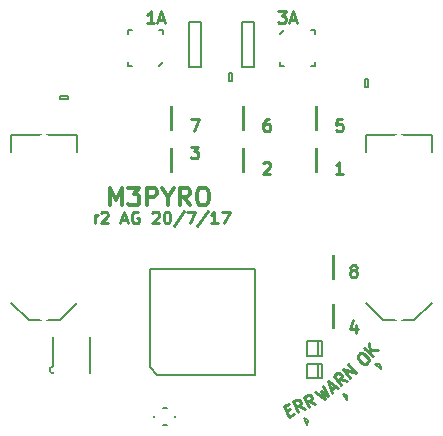
<source format=gto>
G04 #@! TF.GenerationSoftware,KiCad,Pcbnew,no-vcs-found-d3b382c~59~ubuntu16.04.1*
G04 #@! TF.CreationDate,2017-07-28T00:34:25+01:00*
G04 #@! TF.ProjectId,m3pyro,6D337079726F2E6B696361645F706362,rev?*
G04 #@! TF.SameCoordinates,Original
G04 #@! TF.FileFunction,Legend,Top*
G04 #@! TF.FilePolarity,Positive*
%FSLAX46Y46*%
G04 Gerber Fmt 4.6, Leading zero omitted, Abs format (unit mm)*
G04 Created by KiCad (PCBNEW no-vcs-found-d3b382c~59~ubuntu16.04.1) date Fri Jul 28 00:34:25 2017*
%MOMM*%
%LPD*%
G01*
G04 APERTURE LIST*
%ADD10C,0.250000*%
%ADD11C,0.300000*%
%ADD12C,0.150000*%
%ADD13R,1.000000X0.950000*%
%ADD14R,0.559000X0.406000*%
%ADD15C,0.950000*%
%ADD16C,0.100000*%
%ADD17R,0.620000X0.620000*%
%ADD18R,0.950000X1.000000*%
%ADD19R,0.350000X0.650000*%
%ADD20R,0.802000X0.802000*%
%ADD21R,0.300000X1.500000*%
%ADD22R,1.500000X0.300000*%
%ADD23R,1.702000X1.702000*%
%ADD24R,0.250000X0.600000*%
%ADD25R,0.600000X0.250000*%
%ADD26C,1.200000*%
%ADD27R,0.900000X0.500000*%
%ADD28R,2.920000X0.740000*%
%ADD29R,0.980000X3.400000*%
%ADD30R,0.950000X0.850000*%
G04 APERTURE END LIST*
D10*
X105469296Y-115548443D02*
X105771398Y-115407570D01*
X106122242Y-115821928D02*
X105690667Y-116023175D01*
X105268049Y-115116867D01*
X105699624Y-114915621D01*
X107028550Y-115399310D02*
X106525201Y-115108608D01*
X106510660Y-115640806D02*
X106088042Y-114734499D01*
X106433302Y-114573501D01*
X106539742Y-114576409D01*
X106603024Y-114599442D01*
X106686431Y-114665632D01*
X106746805Y-114795105D01*
X106743897Y-114901545D01*
X106720864Y-114964827D01*
X106654673Y-115048234D01*
X106309413Y-115209231D01*
X107934858Y-114976692D02*
X107431509Y-114685990D01*
X107416968Y-115218188D02*
X106994350Y-114311880D01*
X107339610Y-114150883D01*
X107446049Y-114153791D01*
X107509332Y-114176824D01*
X107592739Y-114243014D01*
X107653113Y-114372487D01*
X107650204Y-114478926D01*
X107627172Y-114542209D01*
X107560981Y-114625615D01*
X107215721Y-114786613D01*
X107907104Y-113939552D02*
X108732283Y-114552552D01*
X108419062Y-113882941D01*
X109024109Y-114307680D01*
X108563713Y-113388591D01*
X109278195Y-113721503D02*
X109642978Y-113415414D01*
X109388892Y-114001591D02*
X109001453Y-113021284D01*
X109899589Y-113573066D01*
X110592676Y-112991496D02*
X110031239Y-112840975D01*
X110154937Y-113358803D02*
X109512149Y-112592759D01*
X109803976Y-112347887D01*
X109907541Y-112323148D01*
X109974628Y-112329017D01*
X110072325Y-112371365D01*
X110164151Y-112480800D01*
X110188891Y-112584365D01*
X110183022Y-112651452D01*
X110140674Y-112749149D01*
X109848847Y-112994020D01*
X110920981Y-112716016D02*
X110278194Y-111949971D01*
X111358721Y-112348708D01*
X110715933Y-111582664D01*
X111547887Y-110853976D02*
X111670323Y-110708062D01*
X111768019Y-110665715D01*
X111902194Y-110653976D01*
X112078716Y-110739933D01*
X112334064Y-110954196D01*
X112449368Y-111113110D01*
X112461107Y-111247284D01*
X112436367Y-111350850D01*
X112313932Y-111496763D01*
X112216236Y-111539111D01*
X112082061Y-111550850D01*
X111905539Y-111464892D01*
X111650191Y-111250630D01*
X111534886Y-111091716D01*
X111523148Y-110957541D01*
X111547887Y-110853976D01*
X112864893Y-110840154D02*
X112098848Y-110197366D01*
X113232200Y-110402414D02*
X112518980Y-110363412D01*
X112466155Y-109759626D02*
X112536588Y-110564673D01*
X94289880Y-82702380D02*
X93718452Y-82702380D01*
X94004166Y-82702380D02*
X94004166Y-81702380D01*
X93908928Y-81845238D01*
X93813690Y-81940476D01*
X93718452Y-81988095D01*
X94670833Y-82416666D02*
X95147023Y-82416666D01*
X94575595Y-82702380D02*
X94908928Y-81702380D01*
X95242261Y-82702380D01*
X104805357Y-81702380D02*
X105424404Y-81702380D01*
X105091071Y-82083333D01*
X105233928Y-82083333D01*
X105329166Y-82130952D01*
X105376785Y-82178571D01*
X105424404Y-82273809D01*
X105424404Y-82511904D01*
X105376785Y-82607142D01*
X105329166Y-82654761D01*
X105233928Y-82702380D01*
X104948214Y-82702380D01*
X104852976Y-82654761D01*
X104805357Y-82607142D01*
X105805357Y-82416666D02*
X106281547Y-82416666D01*
X105710119Y-82702380D02*
X106043452Y-81702380D01*
X106376785Y-82702380D01*
X111379166Y-108235714D02*
X111379166Y-108902380D01*
X111141071Y-107854761D02*
X110902976Y-108569047D01*
X111522023Y-108569047D01*
X111093452Y-103630952D02*
X110998214Y-103583333D01*
X110950595Y-103535714D01*
X110902976Y-103440476D01*
X110902976Y-103392857D01*
X110950595Y-103297619D01*
X110998214Y-103250000D01*
X111093452Y-103202380D01*
X111283928Y-103202380D01*
X111379166Y-103250000D01*
X111426785Y-103297619D01*
X111474404Y-103392857D01*
X111474404Y-103440476D01*
X111426785Y-103535714D01*
X111379166Y-103583333D01*
X111283928Y-103630952D01*
X111093452Y-103630952D01*
X110998214Y-103678571D01*
X110950595Y-103726190D01*
X110902976Y-103821428D01*
X110902976Y-104011904D01*
X110950595Y-104107142D01*
X110998214Y-104154761D01*
X111093452Y-104202380D01*
X111283928Y-104202380D01*
X111379166Y-104154761D01*
X111426785Y-104107142D01*
X111474404Y-104011904D01*
X111474404Y-103821428D01*
X111426785Y-103726190D01*
X111379166Y-103678571D01*
X111283928Y-103630952D01*
X110274404Y-95452380D02*
X109702976Y-95452380D01*
X109988690Y-95452380D02*
X109988690Y-94452380D01*
X109893452Y-94595238D01*
X109798214Y-94690476D01*
X109702976Y-94738095D01*
X110226785Y-90852380D02*
X109750595Y-90852380D01*
X109702976Y-91328571D01*
X109750595Y-91280952D01*
X109845833Y-91233333D01*
X110083928Y-91233333D01*
X110179166Y-91280952D01*
X110226785Y-91328571D01*
X110274404Y-91423809D01*
X110274404Y-91661904D01*
X110226785Y-91757142D01*
X110179166Y-91804761D01*
X110083928Y-91852380D01*
X109845833Y-91852380D01*
X109750595Y-91804761D01*
X109702976Y-91757142D01*
X103552976Y-94547619D02*
X103600595Y-94500000D01*
X103695833Y-94452380D01*
X103933928Y-94452380D01*
X104029166Y-94500000D01*
X104076785Y-94547619D01*
X104124404Y-94642857D01*
X104124404Y-94738095D01*
X104076785Y-94880952D01*
X103505357Y-95452380D01*
X104124404Y-95452380D01*
X104029166Y-90852380D02*
X103838690Y-90852380D01*
X103743452Y-90900000D01*
X103695833Y-90947619D01*
X103600595Y-91090476D01*
X103552976Y-91280952D01*
X103552976Y-91661904D01*
X103600595Y-91757142D01*
X103648214Y-91804761D01*
X103743452Y-91852380D01*
X103933928Y-91852380D01*
X104029166Y-91804761D01*
X104076785Y-91757142D01*
X104124404Y-91661904D01*
X104124404Y-91423809D01*
X104076785Y-91328571D01*
X104029166Y-91280952D01*
X103933928Y-91233333D01*
X103743452Y-91233333D01*
X103648214Y-91280952D01*
X103600595Y-91328571D01*
X103552976Y-91423809D01*
X97405357Y-93152380D02*
X98024404Y-93152380D01*
X97691071Y-93533333D01*
X97833928Y-93533333D01*
X97929166Y-93580952D01*
X97976785Y-93628571D01*
X98024404Y-93723809D01*
X98024404Y-93961904D01*
X97976785Y-94057142D01*
X97929166Y-94104761D01*
X97833928Y-94152380D01*
X97548214Y-94152380D01*
X97452976Y-94104761D01*
X97405357Y-94057142D01*
X97405357Y-90852380D02*
X98072023Y-90852380D01*
X97643452Y-91852380D01*
X89250595Y-99652380D02*
X89250595Y-98985714D01*
X89250595Y-99176190D02*
X89298214Y-99080952D01*
X89345833Y-99033333D01*
X89441071Y-98985714D01*
X89536309Y-98985714D01*
X89822023Y-98747619D02*
X89869642Y-98700000D01*
X89964880Y-98652380D01*
X90202976Y-98652380D01*
X90298214Y-98700000D01*
X90345833Y-98747619D01*
X90393452Y-98842857D01*
X90393452Y-98938095D01*
X90345833Y-99080952D01*
X89774404Y-99652380D01*
X90393452Y-99652380D01*
X91536309Y-99366666D02*
X92012500Y-99366666D01*
X91441071Y-99652380D02*
X91774404Y-98652380D01*
X92107738Y-99652380D01*
X92964880Y-98700000D02*
X92869642Y-98652380D01*
X92726785Y-98652380D01*
X92583928Y-98700000D01*
X92488690Y-98795238D01*
X92441071Y-98890476D01*
X92393452Y-99080952D01*
X92393452Y-99223809D01*
X92441071Y-99414285D01*
X92488690Y-99509523D01*
X92583928Y-99604761D01*
X92726785Y-99652380D01*
X92822023Y-99652380D01*
X92964880Y-99604761D01*
X93012500Y-99557142D01*
X93012500Y-99223809D01*
X92822023Y-99223809D01*
X94155357Y-98747619D02*
X94202976Y-98700000D01*
X94298214Y-98652380D01*
X94536309Y-98652380D01*
X94631547Y-98700000D01*
X94679166Y-98747619D01*
X94726785Y-98842857D01*
X94726785Y-98938095D01*
X94679166Y-99080952D01*
X94107738Y-99652380D01*
X94726785Y-99652380D01*
X95345833Y-98652380D02*
X95441071Y-98652380D01*
X95536309Y-98700000D01*
X95583928Y-98747619D01*
X95631547Y-98842857D01*
X95679166Y-99033333D01*
X95679166Y-99271428D01*
X95631547Y-99461904D01*
X95583928Y-99557142D01*
X95536309Y-99604761D01*
X95441071Y-99652380D01*
X95345833Y-99652380D01*
X95250595Y-99604761D01*
X95202976Y-99557142D01*
X95155357Y-99461904D01*
X95107738Y-99271428D01*
X95107738Y-99033333D01*
X95155357Y-98842857D01*
X95202976Y-98747619D01*
X95250595Y-98700000D01*
X95345833Y-98652380D01*
X96822023Y-98604761D02*
X95964880Y-99890476D01*
X97060119Y-98652380D02*
X97726785Y-98652380D01*
X97298214Y-99652380D01*
X98822023Y-98604761D02*
X97964880Y-99890476D01*
X99679166Y-99652380D02*
X99107738Y-99652380D01*
X99393452Y-99652380D02*
X99393452Y-98652380D01*
X99298214Y-98795238D01*
X99202976Y-98890476D01*
X99107738Y-98938095D01*
X100012500Y-98652380D02*
X100679166Y-98652380D01*
X100250595Y-99652380D01*
D11*
X90552142Y-98128571D02*
X90552142Y-96628571D01*
X91052142Y-97700000D01*
X91552142Y-96628571D01*
X91552142Y-98128571D01*
X92123571Y-96628571D02*
X93052142Y-96628571D01*
X92552142Y-97200000D01*
X92766428Y-97200000D01*
X92909285Y-97271428D01*
X92980714Y-97342857D01*
X93052142Y-97485714D01*
X93052142Y-97842857D01*
X92980714Y-97985714D01*
X92909285Y-98057142D01*
X92766428Y-98128571D01*
X92337857Y-98128571D01*
X92195000Y-98057142D01*
X92123571Y-97985714D01*
X93695000Y-98128571D02*
X93695000Y-96628571D01*
X94266428Y-96628571D01*
X94409285Y-96700000D01*
X94480714Y-96771428D01*
X94552142Y-96914285D01*
X94552142Y-97128571D01*
X94480714Y-97271428D01*
X94409285Y-97342857D01*
X94266428Y-97414285D01*
X93695000Y-97414285D01*
X95480714Y-97414285D02*
X95480714Y-98128571D01*
X94980714Y-96628571D02*
X95480714Y-97414285D01*
X95980714Y-96628571D01*
X97337857Y-98128571D02*
X96837857Y-97414285D01*
X96480714Y-98128571D02*
X96480714Y-96628571D01*
X97052142Y-96628571D01*
X97195000Y-96700000D01*
X97266428Y-96771428D01*
X97337857Y-96914285D01*
X97337857Y-97128571D01*
X97266428Y-97271428D01*
X97195000Y-97342857D01*
X97052142Y-97414285D01*
X96480714Y-97414285D01*
X98266428Y-96628571D02*
X98552142Y-96628571D01*
X98695000Y-96700000D01*
X98837857Y-96842857D01*
X98909285Y-97128571D01*
X98909285Y-97628571D01*
X98837857Y-97914285D01*
X98695000Y-98057142D01*
X98552142Y-98128571D01*
X98266428Y-98128571D01*
X98123571Y-98057142D01*
X97980714Y-97914285D01*
X97909285Y-97628571D01*
X97909285Y-97128571D01*
X97980714Y-96842857D01*
X98123571Y-96700000D01*
X98266428Y-96628571D01*
D12*
X86975000Y-88875000D02*
X86975000Y-89125000D01*
X86975000Y-89125000D02*
X86325000Y-89125000D01*
X86325000Y-89125000D02*
X86325000Y-88875000D01*
X86325000Y-88875000D02*
X86975000Y-88875000D01*
X109493000Y-106439000D02*
X109407000Y-106525000D01*
X109493000Y-108475000D02*
X109493000Y-106439000D01*
X109407000Y-108475000D02*
X109493000Y-108475000D01*
X109407000Y-106525000D02*
X109407000Y-108475000D01*
X109407000Y-106525000D02*
X109407000Y-106525000D01*
X113430348Y-111554244D02*
X113518616Y-111954662D01*
X113430348Y-111554244D02*
X113020687Y-111536850D01*
X113518616Y-111954662D02*
X113020687Y-111536850D01*
X95757000Y-89775000D02*
X95757000Y-89775000D01*
X95757000Y-89775000D02*
X95757000Y-91725000D01*
X95757000Y-91725000D02*
X95843000Y-91725000D01*
X95843000Y-91725000D02*
X95843000Y-89689000D01*
X95843000Y-89689000D02*
X95757000Y-89775000D01*
X112175000Y-88075000D02*
X112175000Y-87425000D01*
X112425000Y-88075000D02*
X112175000Y-88075000D01*
X112425000Y-87425000D02*
X112425000Y-88075000D01*
X112175000Y-87425000D02*
X112425000Y-87425000D01*
X100675000Y-86925000D02*
X100925000Y-86925000D01*
X100925000Y-86925000D02*
X100925000Y-87575000D01*
X100925000Y-87575000D02*
X100675000Y-87575000D01*
X100675000Y-87575000D02*
X100675000Y-86925000D01*
X107313288Y-116297173D02*
X107224062Y-116697377D01*
X107313288Y-116297173D02*
X106949361Y-116108277D01*
X107224062Y-116697377D02*
X106949361Y-116108277D01*
X110663150Y-114629313D02*
X110245338Y-114131384D01*
X110645756Y-114219652D02*
X110245338Y-114131384D01*
X110645756Y-114219652D02*
X110663150Y-114629313D01*
X108093000Y-93289000D02*
X108007000Y-93375000D01*
X108093000Y-95325000D02*
X108093000Y-93289000D01*
X108007000Y-95325000D02*
X108093000Y-95325000D01*
X108007000Y-93375000D02*
X108007000Y-95325000D01*
X108007000Y-93375000D02*
X108007000Y-93375000D01*
X101857000Y-93375000D02*
X101857000Y-93375000D01*
X101857000Y-93375000D02*
X101857000Y-95325000D01*
X101857000Y-95325000D02*
X101943000Y-95325000D01*
X101943000Y-95325000D02*
X101943000Y-93289000D01*
X101943000Y-93289000D02*
X101857000Y-93375000D01*
X95843000Y-93289000D02*
X95757000Y-93375000D01*
X95843000Y-95325000D02*
X95843000Y-93289000D01*
X95757000Y-95325000D02*
X95843000Y-95325000D01*
X95757000Y-93375000D02*
X95757000Y-95325000D01*
X95757000Y-93375000D02*
X95757000Y-93375000D01*
X109493000Y-102289000D02*
X109407000Y-102375000D01*
X109493000Y-104325000D02*
X109493000Y-102289000D01*
X109407000Y-104325000D02*
X109493000Y-104325000D01*
X109407000Y-102375000D02*
X109407000Y-104325000D01*
X109407000Y-102375000D02*
X109407000Y-102375000D01*
X101943000Y-89689000D02*
X101857000Y-89775000D01*
X101943000Y-91725000D02*
X101943000Y-89689000D01*
X101857000Y-91725000D02*
X101943000Y-91725000D01*
X101857000Y-89775000D02*
X101857000Y-91725000D01*
X101857000Y-89775000D02*
X101857000Y-89775000D01*
X108007000Y-89775000D02*
X108007000Y-89775000D01*
X108007000Y-89775000D02*
X108007000Y-91725000D01*
X108007000Y-91725000D02*
X108093000Y-91725000D01*
X108093000Y-91725000D02*
X108093000Y-89689000D01*
X108093000Y-89689000D02*
X108007000Y-89775000D01*
X85750000Y-111750000D02*
X85750000Y-109250000D01*
X88850000Y-112350000D02*
X88850000Y-109250000D01*
X85750000Y-111750000D02*
G75*
G03X85750000Y-112350000I0J-300000D01*
G01*
X93950000Y-111850000D02*
X93950000Y-103550000D01*
X93950000Y-103550000D02*
X102850000Y-103550000D01*
X102850000Y-103550000D02*
X102850000Y-112450000D01*
X102850000Y-112450000D02*
X94550000Y-112450000D01*
X94550000Y-112450000D02*
X93950000Y-111850000D01*
X95050000Y-83300000D02*
X95050000Y-83650000D01*
X94700000Y-83300000D02*
X95050000Y-83300000D01*
X92050000Y-83300000D02*
X92050000Y-83650000D01*
X92400000Y-83300000D02*
X92050000Y-83300000D01*
X92050000Y-86300000D02*
X92050000Y-85950000D01*
X92400000Y-86300000D02*
X92050000Y-86300000D01*
X95050000Y-85950000D02*
X94700000Y-86300000D01*
X104950000Y-83650000D02*
X105300000Y-83300000D01*
X107600000Y-83300000D02*
X107950000Y-83300000D01*
X107950000Y-83300000D02*
X107950000Y-83650000D01*
X107600000Y-86300000D02*
X107950000Y-86300000D01*
X107950000Y-86300000D02*
X107950000Y-85950000D01*
X105300000Y-86300000D02*
X104950000Y-86300000D01*
X104950000Y-86300000D02*
X104950000Y-85950000D01*
X108175000Y-110850000D02*
X108175000Y-109650000D01*
X108500000Y-109650000D02*
X108500000Y-110850000D01*
X107200000Y-109650000D02*
X108500000Y-109650000D01*
X107200000Y-110850000D02*
X107200000Y-109650000D01*
X108500000Y-110850000D02*
X107200000Y-110850000D01*
X108499999Y-112750000D02*
X107200001Y-112750000D01*
X107200001Y-112750000D02*
X107200001Y-111550000D01*
X107200001Y-111550000D02*
X108499999Y-111550000D01*
X108499999Y-111550000D02*
X108499999Y-112750000D01*
X108175000Y-112750000D02*
X108175000Y-111550000D01*
X116285000Y-107865000D02*
X117785000Y-106365000D01*
X113715000Y-107865000D02*
X116285000Y-107865000D01*
X112215000Y-106365000D02*
X113715000Y-107865000D01*
X112215000Y-92135000D02*
X112215000Y-93635000D01*
X117785000Y-92135000D02*
X112215000Y-92135000D01*
X117785000Y-93635000D02*
X117785000Y-92135000D01*
X87785000Y-93635000D02*
X87785000Y-92135000D01*
X87785000Y-92135000D02*
X82215000Y-92135000D01*
X82215000Y-92135000D02*
X82215000Y-93635000D01*
X82215000Y-106365000D02*
X83715000Y-107865000D01*
X83715000Y-107865000D02*
X86285000Y-107865000D01*
X86285000Y-107865000D02*
X87785000Y-106365000D01*
X97255000Y-86425000D02*
X97255000Y-82575000D01*
X98245000Y-86425000D02*
X97255000Y-86425000D01*
X98245000Y-82575000D02*
X98245000Y-86425000D01*
X97255000Y-82575000D02*
X98245000Y-82575000D01*
X102745000Y-86425000D02*
X101755000Y-86425000D01*
X101755000Y-86425000D02*
X101755000Y-82575000D01*
X101755000Y-82575000D02*
X102745000Y-82575000D01*
X102745000Y-82575000D02*
X102745000Y-86425000D01*
X94300000Y-115950000D02*
X94300000Y-116050000D01*
X95350000Y-115300000D02*
X95050000Y-115300000D01*
X96100000Y-115950000D02*
X96100000Y-116050000D01*
X95350000Y-116700000D02*
X95050000Y-116700000D01*
%LPC*%
D13*
X86650000Y-88200000D03*
X86650000Y-89800000D03*
D14*
X110186500Y-106525000D03*
X110186500Y-107175000D03*
X110186500Y-107825000D03*
X110186500Y-108475000D03*
X108713500Y-108475000D03*
X108713500Y-107825000D03*
X108713500Y-107175000D03*
X108713500Y-106525000D03*
D15*
X113864230Y-111037164D03*
D16*
G36*
X113786532Y-110351899D02*
X114552576Y-110994687D01*
X113941928Y-111722429D01*
X113175884Y-111079641D01*
X113786532Y-110351899D01*
X113786532Y-110351899D01*
G37*
D15*
X112835770Y-112262836D03*
D16*
G36*
X112758072Y-111577571D02*
X113524116Y-112220359D01*
X112913468Y-112948101D01*
X112147424Y-112305313D01*
X112758072Y-111577571D01*
X112758072Y-111577571D01*
G37*
D14*
X95063500Y-89775000D03*
X95063500Y-90425000D03*
X95063500Y-91075000D03*
X95063500Y-91725000D03*
X96536500Y-91725000D03*
X96536500Y-91075000D03*
X96536500Y-90425000D03*
X96536500Y-89775000D03*
D17*
X95300000Y-100700000D03*
X94400000Y-100700000D03*
X92300000Y-100700000D03*
X93200000Y-100700000D03*
X100000000Y-96450000D03*
X100000000Y-95550000D03*
X107550000Y-103750000D03*
X107550000Y-104650000D03*
X100000000Y-92250000D03*
X100000000Y-91350000D03*
X107550000Y-106750000D03*
X107550000Y-105850000D03*
X100000000Y-93450000D03*
X100000000Y-94350000D03*
X107550000Y-102550000D03*
X107550000Y-101650000D03*
X100000000Y-89250000D03*
X100000000Y-90150000D03*
X89950000Y-89950000D03*
X89950000Y-89050000D03*
X91150000Y-89950000D03*
X91150000Y-89050000D03*
X107550000Y-107950000D03*
X107550000Y-108850000D03*
X93900000Y-95550000D03*
X93900000Y-94650000D03*
X106150000Y-91350000D03*
X106150000Y-92250000D03*
X93000000Y-91150000D03*
X93900000Y-91150000D03*
X106150000Y-94350000D03*
X106150000Y-93450000D03*
X93900000Y-93150000D03*
X93000000Y-93150000D03*
X106150000Y-90150000D03*
X106150000Y-89250000D03*
X93900000Y-89550000D03*
X93000000Y-89550000D03*
X96550000Y-87400000D03*
X95650000Y-87400000D03*
X98650000Y-87400000D03*
X97750000Y-87400000D03*
X106150000Y-96450000D03*
X106150000Y-95550000D03*
X90650000Y-85450000D03*
X89750000Y-85450000D03*
X94750000Y-117900000D03*
X95650000Y-117900000D03*
X104500000Y-115300000D03*
X103600000Y-115300000D03*
X103600000Y-116500000D03*
X104500000Y-116500000D03*
X104500000Y-117700000D03*
X103600000Y-117700000D03*
X105700000Y-103100000D03*
X105700000Y-102200000D03*
X88400000Y-87000000D03*
X89300000Y-87000000D03*
X93100000Y-115750000D03*
X93100000Y-116650000D03*
X103600000Y-114100000D03*
X104500000Y-114100000D03*
X97300000Y-115750000D03*
X97300000Y-116650000D03*
X93200000Y-101900000D03*
X92300000Y-101900000D03*
X100450000Y-115700000D03*
X99550000Y-115700000D03*
X105700000Y-105200000D03*
X105700000Y-104300000D03*
X109000000Y-86350000D03*
X109900000Y-86350000D03*
X90500000Y-87000000D03*
X91400000Y-87000000D03*
X89750000Y-113550000D03*
X89750000Y-114450000D03*
X100450000Y-116900000D03*
X99550000Y-116900000D03*
X91100000Y-111650000D03*
X91100000Y-112550000D03*
D18*
X113100000Y-87750000D03*
X111500000Y-87750000D03*
X100000000Y-87250000D03*
X101600000Y-87250000D03*
D15*
X107925046Y-116011905D03*
D16*
G36*
X108144233Y-115358007D02*
X108566851Y-116264315D01*
X107705859Y-116665803D01*
X107283241Y-115759495D01*
X108144233Y-115358007D01*
X108144233Y-115358007D01*
G37*
D15*
X106474954Y-116688095D03*
D16*
G36*
X106694141Y-116034197D02*
X107116759Y-116940505D01*
X106255767Y-117341993D01*
X105833149Y-116435685D01*
X106694141Y-116034197D01*
X106694141Y-116034197D01*
G37*
D15*
X109937164Y-114814230D03*
D16*
G36*
X109979641Y-114125884D02*
X110622429Y-114891928D01*
X109894687Y-115502576D01*
X109251899Y-114736532D01*
X109979641Y-114125884D01*
X109979641Y-114125884D01*
G37*
D15*
X111162836Y-113785770D03*
D16*
G36*
X111205313Y-113097424D02*
X111848101Y-113863468D01*
X111120359Y-114474116D01*
X110477571Y-113708072D01*
X111205313Y-113097424D01*
X111205313Y-113097424D01*
G37*
D14*
X108786500Y-93375000D03*
X108786500Y-94025000D03*
X108786500Y-94675000D03*
X108786500Y-95325000D03*
X107313500Y-95325000D03*
X107313500Y-94675000D03*
X107313500Y-94025000D03*
X107313500Y-93375000D03*
X101163500Y-93375000D03*
X101163500Y-94025000D03*
X101163500Y-94675000D03*
X101163500Y-95325000D03*
X102636500Y-95325000D03*
X102636500Y-94675000D03*
X102636500Y-94025000D03*
X102636500Y-93375000D03*
X96536500Y-93375000D03*
X96536500Y-94025000D03*
X96536500Y-94675000D03*
X96536500Y-95325000D03*
X95063500Y-95325000D03*
X95063500Y-94675000D03*
X95063500Y-94025000D03*
X95063500Y-93375000D03*
X110186500Y-102375000D03*
X110186500Y-103025000D03*
X110186500Y-103675000D03*
X110186500Y-104325000D03*
X108713500Y-104325000D03*
X108713500Y-103675000D03*
X108713500Y-103025000D03*
X108713500Y-102375000D03*
X102636500Y-89775000D03*
X102636500Y-90425000D03*
X102636500Y-91075000D03*
X102636500Y-91725000D03*
X101163500Y-91725000D03*
X101163500Y-91075000D03*
X101163500Y-90425000D03*
X101163500Y-89775000D03*
X107313500Y-89775000D03*
X107313500Y-90425000D03*
X107313500Y-91075000D03*
X107313500Y-91725000D03*
X108786500Y-91725000D03*
X108786500Y-91075000D03*
X108786500Y-90425000D03*
X108786500Y-89775000D03*
D19*
X86325000Y-112350000D03*
X86975000Y-112350000D03*
X87625000Y-112350000D03*
X88275000Y-112350000D03*
X88275000Y-109250000D03*
X87625000Y-109250000D03*
X86975000Y-109250000D03*
X86325000Y-109250000D03*
D20*
X86700000Y-110800000D03*
X87900000Y-110800000D03*
D21*
X94650000Y-113700000D03*
X95150000Y-113700000D03*
X95650000Y-113700000D03*
X96150000Y-113700000D03*
X96650000Y-113700000D03*
X97150000Y-113700000D03*
X97650000Y-113700000D03*
X98150000Y-113700000D03*
X98650000Y-113700000D03*
X99150000Y-113700000D03*
X99650000Y-113700000D03*
X100150000Y-113700000D03*
X100650000Y-113700000D03*
X101150000Y-113700000D03*
X101650000Y-113700000D03*
X102150000Y-113700000D03*
D22*
X104100000Y-111750000D03*
X104100000Y-111250000D03*
X104100000Y-110750000D03*
X104100000Y-110250000D03*
X104100000Y-109750000D03*
X104100000Y-109250000D03*
X104100000Y-108750000D03*
X104100000Y-108250000D03*
X104100000Y-107750000D03*
X104100000Y-107250000D03*
X104100000Y-106750000D03*
X104100000Y-106250000D03*
X104100000Y-105750000D03*
X104100000Y-105250000D03*
X104100000Y-104750000D03*
X104100000Y-104250000D03*
D21*
X102150000Y-102300000D03*
X101650000Y-102300000D03*
X101150000Y-102300000D03*
X100650000Y-102300000D03*
X100150000Y-102300000D03*
X99650000Y-102300000D03*
X99150000Y-102300000D03*
X98650000Y-102300000D03*
X98150000Y-102300000D03*
X97650000Y-102300000D03*
X97150000Y-102300000D03*
X96650000Y-102300000D03*
X96150000Y-102300000D03*
X95650000Y-102300000D03*
X95150000Y-102300000D03*
X94650000Y-102300000D03*
D22*
X92700000Y-104250000D03*
X92700000Y-104750000D03*
X92700000Y-105250000D03*
X92700000Y-105750000D03*
X92700000Y-106250000D03*
X92700000Y-106750000D03*
X92700000Y-107250000D03*
X92700000Y-107750000D03*
X92700000Y-108250000D03*
X92700000Y-108750000D03*
X92700000Y-109250000D03*
X92700000Y-109750000D03*
X92700000Y-110250000D03*
X92700000Y-110750000D03*
X92700000Y-111250000D03*
X92700000Y-111750000D03*
D23*
X93550000Y-84800000D03*
D24*
X94300000Y-86200000D03*
X93800000Y-86200000D03*
X93300000Y-86200000D03*
X92800000Y-86200000D03*
D25*
X92150000Y-85550000D03*
X92150000Y-85050000D03*
X92150000Y-84550000D03*
X92150000Y-84050000D03*
D24*
X92800000Y-83400000D03*
X93300000Y-83400000D03*
X93800000Y-83400000D03*
X94300000Y-83400000D03*
D25*
X94950000Y-84050000D03*
X94950000Y-84550000D03*
X94950000Y-85050000D03*
X94950000Y-85550000D03*
X105050000Y-84050000D03*
X105050000Y-84550000D03*
X105050000Y-85050000D03*
X105050000Y-85550000D03*
D24*
X105700000Y-86200000D03*
X106200000Y-86200000D03*
X106700000Y-86200000D03*
X107200000Y-86200000D03*
D25*
X107850000Y-85550000D03*
X107850000Y-85050000D03*
X107850000Y-84550000D03*
X107850000Y-84050000D03*
D24*
X107200000Y-83400000D03*
X106700000Y-83400000D03*
X106200000Y-83400000D03*
X105700000Y-83400000D03*
D23*
X106450000Y-84800000D03*
D26*
X115000000Y-92695000D03*
X115000000Y-107305000D03*
X85000000Y-107305000D03*
X85000000Y-92695000D03*
D27*
X106550000Y-110250000D03*
X109150000Y-110250000D03*
X109150000Y-112150000D03*
X106550000Y-112150000D03*
D28*
X116715000Y-105715000D03*
X113285000Y-105715000D03*
X116715000Y-104445000D03*
X113285000Y-104445000D03*
X116715000Y-103175000D03*
X113285000Y-103175000D03*
X116715000Y-101905000D03*
X113285000Y-101905000D03*
X116715000Y-100635000D03*
X113285000Y-100635000D03*
X116715000Y-99365000D03*
X113285000Y-99365000D03*
X116715000Y-98095000D03*
X113285000Y-98095000D03*
X116715000Y-96825000D03*
X113285000Y-96825000D03*
X116715000Y-95555000D03*
X113285000Y-95555000D03*
X116715000Y-94285000D03*
X113285000Y-94285000D03*
X83285000Y-94285000D03*
X86715000Y-94285000D03*
X83285000Y-95555000D03*
X86715000Y-95555000D03*
X83285000Y-96825000D03*
X86715000Y-96825000D03*
X83285000Y-98095000D03*
X86715000Y-98095000D03*
X83285000Y-99365000D03*
X86715000Y-99365000D03*
X83285000Y-100635000D03*
X86715000Y-100635000D03*
X83285000Y-101905000D03*
X86715000Y-101905000D03*
X83285000Y-103175000D03*
X86715000Y-103175000D03*
X83285000Y-104445000D03*
X86715000Y-104445000D03*
X83285000Y-105715000D03*
X86715000Y-105715000D03*
D29*
X98935000Y-84500000D03*
X96565000Y-84500000D03*
X103435000Y-84500000D03*
X101065000Y-84500000D03*
D30*
X95925000Y-115425000D03*
X94475000Y-115425000D03*
X94475000Y-116575000D03*
X95925000Y-116575000D03*
M02*

</source>
